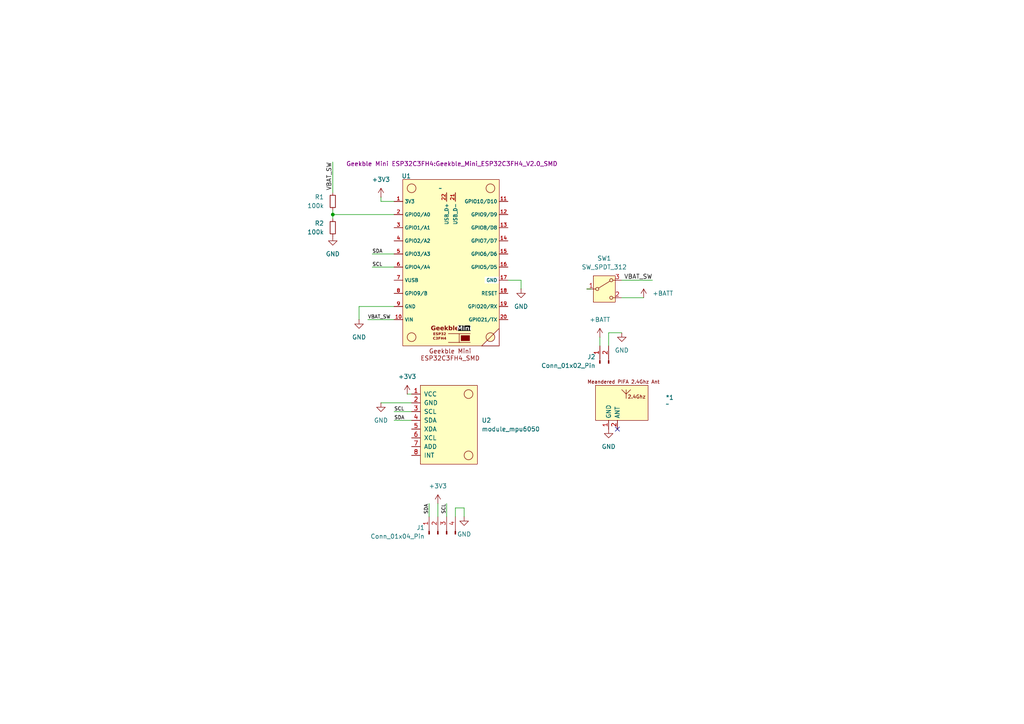
<source format=kicad_sch>
(kicad_sch (version 20250114) (generator "eeschema") (generator_version "9.0")
  (paper "A4")
  (lib_symbols
    (symbol "Connector:Conn_01x02_Pin" (pin_names (offset 1.016) (hide yes))
      (property "Reference" "J" (at 0 2.54 0))
      (property "Value" "Conn_01x02_Pin" (at 0 -5.08 0))
      (symbol "Conn_01x02_Pin_1_1"
        (rectangle (start 0.8636 0.127) (end 0 -0.127) (stroke (width 0.1524)) (fill (type outline)))
        (rectangle (start 0.8636 -2.413) (end 0 -2.667) (stroke (width 0.1524)) (fill (type outline)))
        (polyline (pts (xy 1.27 0) (xy 0.8636 0)) (stroke (width 0.1524)))
        (polyline (pts (xy 1.27 -2.54) (xy 0.8636 -2.54)) (stroke (width 0.1524)))
        (pin passive line (at 5.08 0 180) (length 3.81) (name "Pin_1") (number "1"))
        (pin passive line (at 5.08 -2.54 180) (length 3.81) (name "Pin_2") (number "2"))
      )
    )
    (symbol "Connector:Conn_01x04_Pin" (pin_names (offset 1.016) (hide yes))
      (property "Reference" "J" (at 0 5.08 0))
      (property "Value" "Conn_01x04_Pin" (at 0 -7.62 0))
      (symbol "Conn_01x04_Pin_1_1"
        (rectangle (start 0.8636 2.667) (end 0 2.413) (stroke (width 0.1524)) (fill (type outline)))
        (rectangle (start 0.8636 0.127) (end 0 -0.127) (stroke (width 0.1524)) (fill (type outline)))
        (rectangle (start 0.8636 -2.413) (end 0 -2.667) (stroke (width 0.1524)) (fill (type outline)))
        (rectangle (start 0.8636 -4.953) (end 0 -5.207) (stroke (width 0.1524)) (fill (type outline)))
        (polyline (pts (xy 1.27 2.54) (xy 0.8636 2.54)) (stroke (width 0.1524)))
        (polyline (pts (xy 1.27 0) (xy 0.8636 0)) (stroke (width 0.1524)))
        (polyline (pts (xy 1.27 -2.54) (xy 0.8636 -2.54)) (stroke (width 0.1524)))
        (polyline (pts (xy 1.27 -5.08) (xy 0.8636 -5.08)) (stroke (width 0.1524)))
        (pin passive line (at 5.08 2.54 180) (length 3.81) (name "Pin_1") (number "1"))
        (pin passive line (at 5.08 0 180) (length 3.81) (name "Pin_2") (number "2"))
        (pin passive line (at 5.08 -2.54 180) (length 3.81) (name "Pin_3") (number "3"))
        (pin passive line (at 5.08 -5.08 180) (length 3.81) (name "Pin_4") (number "4"))
      )
    )
    (symbol "Device:R_Small" (pin_numbers (hide yes)) (pin_names (offset 0.254) (hide yes))
      (property "Reference" "R" (at 0.762 0.508 0))
      (property "Value" "R_Small" (at 0.762 -1.016 0))
      (symbol "R_Small_0_1"
        (rectangle (start -0.762 1.778) (end 0.762 -1.778) (stroke (width 0.2032)))
      )
      (symbol "R_Small_1_1"
        (pin passive line (at 0 2.54 270) (length 0.762) (name "~") (number "1"))
        (pin passive line (at 0 -2.54 90) (length 0.762) (name "~") (number "2"))
      )
    )
    (symbol "Geekble Mini ESP32C3FH4:Geekble_Mini_ESP32C3FH4_v2.0_SMD"
      (property "Reference" "U?" (at -8.636 17.78 0))
      (property "Footprint" "Geekble Mini ESP32C3FH4:Geekble_Mini_ESP32C3FH4_V2.0_SMD" (at 4.064 21.082 0))
      (symbol "Geekble_Mini_ESP32C3FH4_v2.0_SMD_1_0"
        (pin bidirectional line (at -12.7 6.35 0) (length 2.54) (name "GPIO0/A0") (number "2"))
      )
      (symbol "Geekble_Mini_ESP32C3FH4_v2.0_SMD_1_1"
        (rectangle (start -10.2105 -19.268) (end -6.0021 -21.2195) (stroke (width -0.0001)) (fill (type color) (color 255 255 255 1)))
        (rectangle (start -10.16 16.51) (end 17.78 -31.75) (fill (type background)))
        (circle (center -7.62 13.97) (radius 1.27))
        (circle (center -7.62 -29.21) (radius 1.27))
        (rectangle (start 5.8201 -25.8213) (end 9.5027 -27.3948) (stroke (width -0.0001)) (fill (type color) (color 0 0 0 1)))
        (polyline (pts (xy 6.1882 -28.2089) (xy 6.1882 -30.7489)))
        (rectangle (start 6.6571 -28.667) (end 9.2684 -30.3074) (stroke (width -0.0001)) (fill (type outline)))
        (polyline (pts (xy 9.398 -28.194) (xy 3.0414 -28.1983)))
        (polyline (pts (xy 9.398 -30.734) (xy 3.0414 -30.7383)))
        (polyline (pts (xy 12.7 -31.75) (xy 17.78 -26.67) (xy 17.78 -31.75) (xy 12.7 -31.75)) (fill (type color) (color 255 255 255 1)))
        (rectangle (start 13.5772 -11.6751) (end 17.7856 -13.6266) (stroke (width -0.0001)) (fill (type color) (color 255 255 255 1)))
        (circle (center 15.24 13.97) (radius 1.27))
        (circle (center 15.24 -29.21) (radius 1.27) (fill (type background)))
        (text "ESP32\nC3FH4" (at 0.508 -28.956 0) (effects (font (size 0.762 0.762) (bold yes))))
        (text "Geekble" (at 2.032 -26.67 0) (effects (font (size 1.27 1.27) (bold yes))))
        (text "Geekble Mini\nESP32C3FH4_SMD\n" (at 3.556 -34.29 0) (effects (font (size 1.27 1.27))))
        (text "Mini" (at 7.62 -26.67 0) (effects (font (size 1.27 1.27) (bold yes))))
        (pin power_out line (at -12.7 10.16 0) (length 2.54) (name "3V3") (number "1"))
        (pin bidirectional line (at -12.7 2.54 0) (length 2.54) (name "GPIO1/A1") (number "3"))
        (pin bidirectional line (at -12.7 -1.27 0) (length 2.54) (name "GPIO2/A2") (number "4"))
        (pin bidirectional line (at -12.7 -5.08 0) (length 2.54) (name "GPIO3/A3") (number "5"))
        (pin bidirectional line (at -12.7 -8.89 0) (length 2.54) (name "GPIO4/A4") (number "6"))
        (pin output line (at -12.7 -12.7 0) (length 2.54) (name "VUSB") (number "7"))
        (pin bidirectional line (at -12.7 -16.51 0) (length 2.54) (name "GPIO9/B") (number "8"))
        (pin passive line (at -12.7 -20.32 0) (length 2.54) (name "GND") (number "9"))
        (pin power_in line (at -12.7 -24.13 0) (length 2.54) (name "VIN") (number "10"))
        (pin bidirectional line (at 2.54 12.7 270) (length 2.54) (name "USB_D+") (number "22"))
        (pin bidirectional line (at 5.08 12.7 270) (length 2.54) (name "USB_D-") (number "21"))
        (pin bidirectional line (at 20.32 10.16 180) (length 2.54) (name "GPIO10/D10") (number "11"))
        (pin bidirectional line (at 20.32 6.35 180) (length 2.54) (name "GPIO9/D9") (number "12"))
        (pin output line (at 20.32 2.54 180) (length 2.54) (name "GPIO8/D8") (number "13"))
        (pin bidirectional line (at 20.32 -1.27 180) (length 2.54) (name "GPIO7/D7") (number "14"))
        (pin bidirectional line (at 20.32 -5.08 180) (length 2.54) (name "GPIO6/D6") (number "15"))
        (pin bidirectional line (at 20.32 -8.89 180) (length 2.54) (name "GPIO5/D5") (number "16"))
        (pin passive line (at 20.32 -12.7 180) (length 2.54) (name "GND") (number "17"))
        (pin input line (at 20.32 -16.51 180) (length 2.54) (name "RESET") (number "18"))
        (pin bidirectional line (at 20.32 -20.32 180) (length 2.54) (name "GPIO20/RX") (number "19"))
        (pin bidirectional line (at 20.32 -24.13 180) (length 2.54) (name "GPIO21/TX") (number "20"))
      )
    )
    (symbol "Switch:SW_SPDT_312" (pin_names (offset 1) (hide yes))
      (property "Reference" "SW" (at 0 5.08 0))
      (property "Value" "SW_SPDT_312" (at 0 -5.08 0))
      (symbol "SW_SPDT_312_0_1"
        (circle (center -2.032 0) (radius 0.4572))
        (polyline (pts (xy -1.651 0.254) (xy 1.651 2.286)))
        (circle (center 2.032 2.54) (radius 0.4572))
        (circle (center 2.032 -2.54) (radius 0.4572))
      )
      (symbol "SW_SPDT_312_1_1"
        (rectangle (start -3.175 3.81) (end 3.175 -3.81) (fill (type background)))
        (pin passive line (at -5.08 0 0) (length 2.54) (name "B") (number "1"))
        (pin passive line (at 5.08 2.54 180) (length 2.54) (name "A") (number "3"))
        (pin passive line (at 5.08 -2.54 180) (length 2.54) (name "C") (number "2"))
      )
    )
    (symbol "hotdoggu_slimeVR_PCB:Meandered_PIFA 2.4Ghz Ant"
      (property "Reference" "*" (at 0 0 0))
      (symbol "Meandered_PIFA 2.4Ghz Ant_1_1"
        (rectangle (start 0 0) (end 15.24 -10.16) (fill (type background)))
        (polyline (pts (xy 8.89 -2.54) (xy 8.89 -3.81) (xy 8.89 -2.54) (xy 7.62 -1.27) (xy 8.89 -2.54) (xy 8.89 -1.27) (xy 8.89 -2.54) (xy 10.16 -1.27)))
        (text "Meandered PIFA 2.4Ghz Ant" (at 8.128 1.016 0) (effects (font (size 1 1))))
        (text "2.4Ghz" (at 11.938 -3.302 0) (effects (font (size 1 1))))
        (pin input line (at 3.81 -12.7 90) (length 2.54) (name "GND") (number "1"))
        (pin passive line (at 6.35 -12.7 90) (length 2.54) (name "ANT") (number "2"))
      )
    )
    (symbol "power:+3V3" (power) (pin_numbers (hide yes)) (pin_names (offset 0) (hide yes))
      (property "Value" "+3V3" (at 0 3.556 0))
      (symbol "+3V3_0_1"
        (polyline (pts (xy -0.762 1.27) (xy 0 2.54)))
        (polyline (pts (xy 0 2.54) (xy 0.762 1.27)))
        (polyline (pts (xy 0 0) (xy 0 2.54)))
      )
      (symbol "+3V3_1_1"
        (pin power_in line (at 0 0 90) (length 0) (name "~") (number "1"))
      )
    )
    (symbol "power:+BATT" (power) (pin_numbers (hide yes)) (pin_names (offset 0) (hide yes))
      (property "Value" "+BATT" (at 0 3.556 0))
      (symbol "+BATT_0_1"
        (polyline (pts (xy -0.762 1.27) (xy 0 2.54)))
        (polyline (pts (xy 0 2.54) (xy 0.762 1.27)))
        (polyline (pts (xy 0 0) (xy 0 2.54)))
      )
      (symbol "+BATT_1_1"
        (pin power_in line (at 0 0 90) (length 0) (name "~") (number "1"))
      )
    )
    (symbol "power:GND" (power) (pin_numbers (hide yes)) (pin_names (offset 0) (hide yes))
      (property "Value" "GND" (at 0 -3.81 0))
      (symbol "GND_0_1"
        (polyline (pts (xy 0 0) (xy 0 -1.27) (xy 1.27 -1.27) (xy 0 -2.54) (xy -1.27 -1.27) (xy 0 -1.27)))
      )
      (symbol "GND_1_1"
        (pin power_in line (at 0 0 270) (length 0) (name "~") (number "1"))
      )
    )
    (symbol "usini_sensors:module_mpu6050" (pin_names (offset 1.016))
      (property "Reference" "U" (at 2.54 21.59 0))
      (property "Value" "module_mpu6050" (at 11.43 -3.81 0))
      (symbol "module_mpu6050_0_1"
        (rectangle (start 2.54 20.32) (end 19.05 -2.54) (fill (type background)))
        (circle (center 16.51 17.78) (radius 1.27))
        (circle (center 16.51 0) (radius 1.27))
      )
      (symbol "module_mpu6050_1_1"
        (pin input line (at 0 17.78 0) (length 2.54) (name "VCC") (number "1"))
        (pin input line (at 0 15.24 0) (length 2.54) (name "GND") (number "2"))
        (pin input line (at 0 12.7 0) (length 2.54) (name "SCL") (number "3"))
        (pin input line (at 0 10.16 0) (length 2.54) (name "SDA") (number "4"))
        (pin input line (at 0 7.62 0) (length 2.54) (name "XDA") (number "5"))
        (pin input line (at 0 5.08 0) (length 2.54) (name "XCL") (number "6"))
        (pin input line (at 0 2.54 0) (length 2.54) (name "ADD") (number "7"))
        (pin input line (at 0 0 0) (length 2.54) (name "INT") (number "8"))
      )
    )
  )
  (junction (at 96.52 62.23))
  (no_connect (at 179.07 124.46))
  (wire (pts (xy 114.3 121.92) (xy 119.38 121.92)))
  (wire (pts (xy 151.13 83.82) (xy 151.13 81.28)))
  (wire (pts (xy 110.49 57.15) (xy 110.49 58.42)))
  (wire (pts (xy 104.14 88.9) (xy 114.3 88.9)))
  (wire (pts (xy 176.53 96.52) (xy 180.34 96.52)))
  (wire (pts (xy 134.62 147.32) (xy 132.08 147.32)))
  (wire (pts (xy 96.52 46.99) (xy 96.52 55.88)))
  (wire (pts (xy 180.34 81.28) (xy 189.23 81.28)))
  (wire (pts (xy 134.62 149.86) (xy 134.62 147.32)))
  (wire (pts (xy 96.52 62.23) (xy 96.52 60.96)))
  (wire (pts (xy 114.3 119.38) (xy 119.38 119.38)))
  (wire (pts (xy 171.45 83.82) (xy 170.18 83.82)))
  (wire (pts (xy 124.46 146.05) (xy 124.46 149.86)))
  (wire (pts (xy 129.54 146.05) (xy 129.54 149.86)))
  (wire (pts (xy 110.49 58.42) (xy 114.3 58.42)))
  (wire (pts (xy 173.99 97.79) (xy 173.99 100.33)))
  (wire (pts (xy 110.49 116.84) (xy 119.38 116.84)))
  (wire (pts (xy 118.11 114.3) (xy 119.38 114.3)))
  (wire (pts (xy 96.52 63.5) (xy 96.52 62.23)))
  (wire (pts (xy 127 146.05) (xy 127 149.86)))
  (wire (pts (xy 151.13 81.28) (xy 147.32 81.28)))
  (wire (pts (xy 180.34 86.36) (xy 186.69 86.36)))
  (wire (pts (xy 96.52 62.23) (xy 114.3 62.23)))
  (wire (pts (xy 176.53 100.33) (xy 176.53 96.52)))
  (wire (pts (xy 107.95 77.47) (xy 114.3 77.47)))
  (wire (pts (xy 104.14 92.71) (xy 104.14 88.9)))
  (wire (pts (xy 106.68 92.71) (xy 114.3 92.71)))
  (wire (pts (xy 132.08 147.32) (xy 132.08 149.86)))
  (wire (pts (xy 107.95 73.66) (xy 114.3 73.66)))
  (label "SDA" (at 124.46 146.05 270) (effects (font (size 1.016 1.016))))
  (label "SDA" (at 114.3 121.92 0) (effects (font (size 1.016 1.016))))
  (label "SDA" (at 107.95 73.66 0) (effects (font (size 1.016 1.016))))
  (label "SCL" (at 129.54 146.05 270) (effects (font (size 1.016 1.016))))
  (label "VBAT_SW" (at 106.68 92.71 0) (effects (font (size 1.016 1.016))))
  (label "SCL" (at 114.3 119.38 0) (effects (font (size 1.016 1.016))))
  (label "VBAT_SW" (at 96.52 46.99 270))
  (label "VBAT_SW" (at 189.23 81.28 180))
  (label "SCL" (at 107.95 77.47 0) (effects (font (size 1.016 1.016))))
  (symbol (lib_id "power:GND") (at 110.49 116.84 0) (unit 1)
    (property "Reference" "#PWR018" (effects (hide yes)))
    (property "Value" "GND" (at 110.49 121.92 0))
    (property "Description" "Power symbol creates a global label with name \"GND\" , ground" (effects (hide yes)))
  )
  (symbol (lib_id "power:GND") (at 134.62 149.86 0) (unit 1)
    (property "Reference" "#PWR014" (effects (hide yes)))
    (property "Value" "GND" (at 134.62 154.94 0))
    (property "Description" "Power symbol creates a global label with name \"GND\" , ground" (effects (hide yes)))
  )
  (symbol (lib_id "Device:R_Small") (at 96.52 58.42 0) (unit 1)
    (property "Reference" "R1" (at 93.98 57.1499 0) (effects (justify right)))
    (property "Value" "100k" (at 93.98 59.6899 0) (effects (justify right)))
    (property "Footprint" "Resistor_THT:R_Axial_DIN0204_L3.6mm_D1.6mm_P7.62mm_Horizontal" (effects (hide yes)))
    (property "Description" "Resistor, small symbol" (effects (hide yes)))
  )
  (symbol (lib_id "power:GND") (at 151.13 83.82 0) (unit 1)
    (property "Reference" "#PWR017" (effects (hide yes)))
    (property "Value" "GND" (at 151.13 88.9 0))
    (property "Description" "Power symbol creates a global label with name \"GND\" , ground" (effects (hide yes)))
  )
  (symbol (lib_id "Connector:Conn_01x04_Pin") (at 127 154.94 90) (unit 1)
    (property "Reference" "J1" (at 123.19 153.0349 90) (effects (justify left)))
    (property "Value" "Conn_01x04_Pin" (at 123.19 155.5749 90) (effects (justify left)))
    (property "Footprint" "Connector_Wire:SolderWire-0.5sqmm_1x04_P4.6mm_D0.9mm_OD2.1mm" (effects (hide yes)))
    (property "Description" "Generic connector, single row, 01x04, script generated" (effects (hide yes)))
  )
  (symbol (lib_id "usini_sensors:module_mpu6050") (at 119.38 132.08 0) (unit 1)
    (property "Reference" "U2" (at 139.7 121.9199 0) (effects (justify left)))
    (property "Value" "module_mpu6050" (at 139.7 124.4599 0) (effects (justify left)))
    (property "Footprint" "usini_sensors:module_mpu6050" (effects (hide yes)))
  )
  (symbol (lib_id "power:GND") (at 180.34 96.52 0) (unit 1)
    (property "Reference" "#PWR012" (effects (hide yes)))
    (property "Value" "GND" (at 180.34 101.6 0))
    (property "Description" "Power symbol creates a global label with name \"GND\" , ground" (effects (hide yes)))
  )
  (symbol (lib_id "power:+3V3") (at 110.49 57.15 0) (unit 1)
    (property "Reference" "#PWR01" (effects (hide yes)))
    (property "Value" "+3V3" (at 110.49 52.07 0))
    (property "Description" "Power symbol creates a global label with name \"+3V3\"" (effects (hide yes)))
  )
  (symbol (lib_id "power:+3V3") (at 118.11 114.3 0) (unit 1)
    (property "Reference" "#PWR07" (effects (hide yes)))
    (property "Value" "+3V3" (at 118.11 109.22 0))
    (property "Description" "Power symbol creates a global label with name \"+3V3\"" (effects (hide yes)))
  )
  (symbol (lib_id "Device:R_Small") (at 96.52 66.04 0) (unit 1)
    (property "Reference" "R2" (at 93.98 64.7699 0) (effects (justify right)))
    (property "Value" "100k" (at 93.98 67.3099 0) (effects (justify right)))
    (property "Footprint" "Resistor_THT:R_Axial_DIN0204_L3.6mm_D1.6mm_P7.62mm_Horizontal" (effects (hide yes)))
    (property "Description" "Resistor, small symbol" (effects (hide yes)))
  )
  (symbol (lib_id "Geekble Mini ESP32C3FH4:Geekble_Mini_ESP32C3FH4_v2.0_SMD") (at 127 68.58 0) (unit 1)
    (property "Reference" "U1" (at 117.856 51.054 0))
    (property "Value" "~" (at 127.7279 54.61 0))
    (property "Footprint" "Geekble Mini ESP32C3FH4:Geekble_Mini_ESP32C3FH4_V2.0_SMD" (at 131.064 47.498 0))
  )
  (symbol (lib_id "power:+3V3") (at 127 146.05 0) (unit 1)
    (property "Reference" "#PWR010" (effects (hide yes)))
    (property "Value" "+3V3" (at 127 140.97 0))
    (property "Description" "Power symbol creates a global label with name \"+3V3\"" (effects (hide yes)))
  )
  (symbol (lib_id "Connector:Conn_01x02_Pin") (at 173.99 105.41 90) (unit 1)
    (property "Reference" "J2" (at 172.72 103.5049 90) (effects (justify left)))
    (property "Value" "Conn_01x02_Pin" (at 172.72 106.0449 90) (effects (justify left)))
    (property "Footprint" "Connector_Wire:SolderWire-0.5sqmm_1x02_P4.8mm_D0.9mm_OD2.3mm" (effects (hide yes)))
    (property "Description" "Generic connector, single row, 01x02, script generated" (effects (hide yes)))
  )
  (symbol (lib_id "power:GND") (at 96.52 68.58 0) (unit 1)
    (property "Reference" "#PWR015" (effects (hide yes)))
    (property "Value" "GND" (at 96.52 73.66 0))
    (property "Description" "Power symbol creates a global label with name \"GND\" , ground" (effects (hide yes)))
  )
  (symbol (lib_id "power:+BATT") (at 186.69 86.36 0) (unit 1)
    (property "Reference" "#PWR02" (effects (hide yes)))
    (property "Value" "+BATT" (at 189.23 85.0899 0) (effects (justify left)))
    (property "Description" "Power symbol creates a global label with name \"+BATT\"" (effects (hide yes)))
  )
  (symbol (lib_id "power:+BATT") (at 173.99 97.79 0) (unit 1)
    (property "Reference" "#PWR05" (effects (hide yes)))
    (property "Value" "+BATT" (at 173.99 92.71 0))
    (property "Description" "Power symbol creates a global label with name \"+BATT\"" (effects (hide yes)))
  )
  (symbol (lib_id "power:GND") (at 176.53 124.46 0) (unit 1)
    (property "Reference" "#PWR013" (effects (hide yes)))
    (property "Value" "GND" (at 176.53 129.54 0))
    (property "Description" "Power symbol creates a global label with name \"GND\" , ground" (effects (hide yes)))
  )
  (symbol (lib_id "power:GND") (at 104.14 92.71 0) (unit 1)
    (property "Reference" "#PWR016" (effects (hide yes)))
    (property "Value" "GND" (at 104.14 97.79 0))
    (property "Description" "Power symbol creates a global label with name \"GND\" , ground" (effects (hide yes)))
  )
  (symbol (lib_id "Switch:SW_SPDT_312") (at 175.26 83.82 0) (unit 1)
    (property "Reference" "SW1" (at 175.26 74.93 0))
    (property "Value" "SW_SPDT_312" (at 175.26 77.47 0))
    (property "Footprint" "hotdoggu_slimeVR_PCB:MSL_1C2P" (effects (hide yes)))
    (property "Description" "Switch, single pole double throw" (effects (hide yes)))
  )
  (symbol (lib_id "hotdoggu_slimeVR_PCB:Meandered_PIFA 2.4Ghz Ant") (at 172.72 111.76 0) (unit 1)
    (property "Reference" "*1" (at 193.04 115.2947 0) (effects (justify left)))
    (property "Value" "~" (at 193.04 117.1998 0) (effects (justify left)))
    (property "Footprint" "hotdoggu_slimeVR_PCB:Meandered PIFA 2.4Ghz Ant" (effects (hide yes)))
  )
)
</source>
